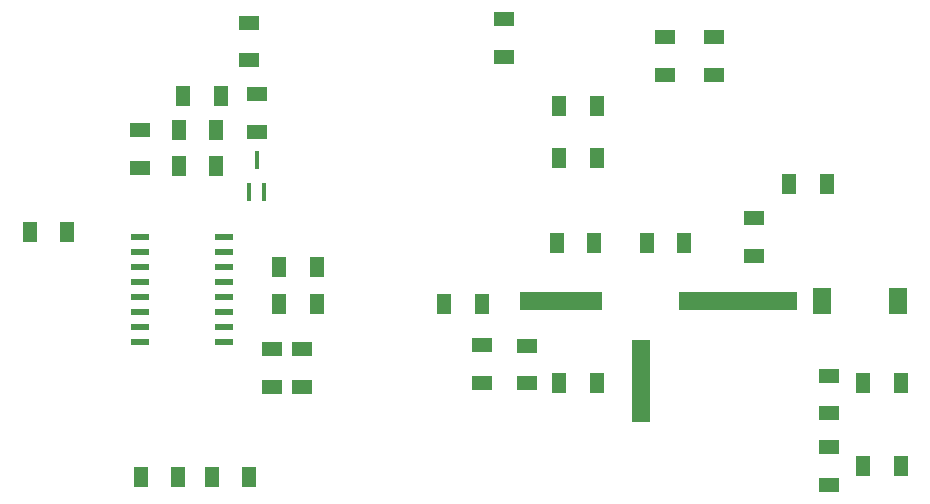
<source format=gbr>
G04 #@! TF.GenerationSoftware,KiCad,Pcbnew,no-vcs-found-c6d0075~61~ubuntu17.10.1*
G04 #@! TF.CreationDate,2018-02-05T23:49:34+03:00*
G04 #@! TF.ProjectId,tsa5512-pll,747361353531322D706C6C2E6B696361,rev?*
G04 #@! TF.SameCoordinates,Original*
G04 #@! TF.FileFunction,Paste,Top*
G04 #@! TF.FilePolarity,Positive*
%FSLAX46Y46*%
G04 Gerber Fmt 4.6, Leading zero omitted, Abs format (unit mm)*
G04 Created by KiCad (PCBNEW no-vcs-found-c6d0075~61~ubuntu17.10.1) date Mon Feb  5 23:49:34 2018*
%MOMM*%
%LPD*%
G01*
G04 APERTURE LIST*
%ADD10R,1.245000X1.800000*%
%ADD11R,1.800000X1.245000*%
%ADD12R,1.500000X2.200000*%
%ADD13R,0.450000X1.500000*%
%ADD14R,7.000000X1.500000*%
%ADD15R,1.500000X7.000000*%
%ADD16R,10.000000X1.500000*%
%ADD17R,1.500000X0.600000*%
G04 APERTURE END LIST*
D10*
X81397000Y-213360000D03*
X84582000Y-213360000D03*
X139349782Y-231752930D03*
X142534782Y-231752930D03*
D11*
X78105000Y-213487000D03*
X78105000Y-210302000D03*
D10*
X142534782Y-238737930D03*
X139349782Y-238737930D03*
X93101000Y-225044000D03*
X89916000Y-225044000D03*
X93101000Y-221869000D03*
X89916000Y-221869000D03*
X68765500Y-218948000D03*
X71950500Y-218948000D03*
D11*
X91821000Y-228854000D03*
X91821000Y-232039000D03*
X89281000Y-228844000D03*
X89281000Y-232029000D03*
D10*
X113627282Y-231752930D03*
X116812282Y-231752930D03*
X124216000Y-219837000D03*
X121031000Y-219837000D03*
X113401000Y-219837000D03*
X116586000Y-219837000D03*
D11*
X130147282Y-217782930D03*
X130147282Y-220967930D03*
X126746000Y-205623000D03*
X126746000Y-202438000D03*
D10*
X116812282Y-208257930D03*
X113627282Y-208257930D03*
D12*
X142262282Y-224767930D03*
X135862282Y-224767930D03*
D13*
X87346000Y-215519000D03*
X88646000Y-215519000D03*
X87996000Y-212859000D03*
D14*
X113757282Y-224767930D03*
D15*
X120557282Y-231567930D03*
D16*
X128757282Y-224767930D03*
D11*
X88011000Y-210449000D03*
X88011000Y-207264000D03*
D10*
X84201000Y-239649000D03*
X87386000Y-239649000D03*
X78163500Y-239649000D03*
X81348500Y-239649000D03*
X84582000Y-210312000D03*
X81397000Y-210312000D03*
D11*
X136497282Y-234292930D03*
X136497282Y-231107930D03*
X136497282Y-237145430D03*
X136497282Y-240330430D03*
X110871000Y-228567930D03*
X110871000Y-231752930D03*
D10*
X107061000Y-225044000D03*
X103876000Y-225044000D03*
X136271000Y-214884000D03*
X133086000Y-214884000D03*
D11*
X122555000Y-202428000D03*
X122555000Y-205613000D03*
D10*
X116812282Y-212702930D03*
X113627282Y-212702930D03*
D11*
X108966000Y-200904000D03*
X108966000Y-204089000D03*
D17*
X78111000Y-219329000D03*
X78111000Y-220599000D03*
X78111000Y-221869000D03*
X78111000Y-223139000D03*
X78111000Y-224409000D03*
X78111000Y-225679000D03*
X78111000Y-226949000D03*
X78111000Y-228219000D03*
X85211000Y-228219000D03*
X85211000Y-226949000D03*
X85211000Y-225679000D03*
X85211000Y-224409000D03*
X85211000Y-223139000D03*
X85211000Y-221869000D03*
X85211000Y-220599000D03*
X85211000Y-219329000D03*
D11*
X107061000Y-228531500D03*
X107061000Y-231716500D03*
X87376000Y-204411500D03*
X87376000Y-201226500D03*
D10*
X84958501Y-207426646D03*
X81773501Y-207426646D03*
M02*

</source>
